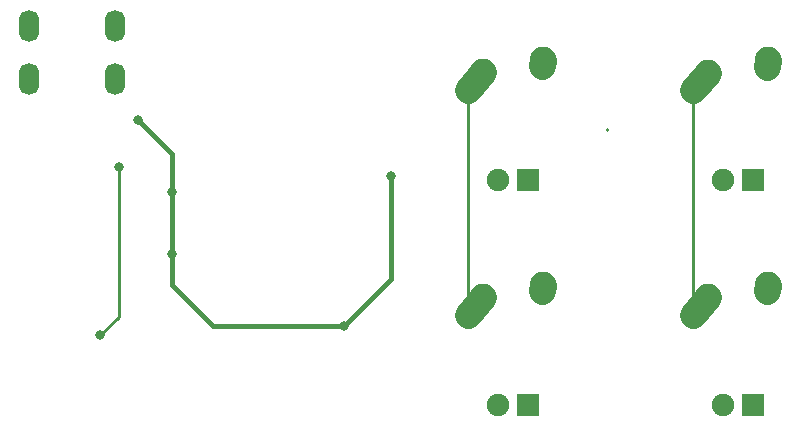
<source format=gtl>
G04 #@! TF.GenerationSoftware,KiCad,Pcbnew,(5.1.4-0-10_14)*
G04 #@! TF.CreationDate,2021-08-25T16:18:30-07:00*
G04 #@! TF.ProjectId,ai03-pcb-guide,61693033-2d70-4636-922d-67756964652e,rev?*
G04 #@! TF.SameCoordinates,Original*
G04 #@! TF.FileFunction,Copper,L1,Top*
G04 #@! TF.FilePolarity,Positive*
%FSLAX46Y46*%
G04 Gerber Fmt 4.6, Leading zero omitted, Abs format (unit mm)*
G04 Created by KiCad (PCBNEW (5.1.4-0-10_14)) date 2021-08-25 16:18:30*
%MOMM*%
%LPD*%
G04 APERTURE LIST*
%ADD10O,1.700000X2.700000*%
%ADD11R,1.905000X1.905000*%
%ADD12C,1.905000*%
%ADD13C,2.250000*%
%ADD14C,2.250000*%
%ADD15C,0.800000*%
%ADD16C,0.254000*%
%ADD17C,0.381000*%
G04 APERTURE END LIST*
D10*
X60643750Y-26987500D03*
X67943750Y-26987500D03*
X67943750Y-31487500D03*
X60643750Y-31487500D03*
D11*
X121929488Y-59039340D03*
D12*
X119389488Y-59039340D03*
D13*
X118159488Y-49959340D03*
X117504489Y-50689340D03*
D14*
X116849488Y-51419340D02*
X118159490Y-49959340D01*
D13*
X123199488Y-48879340D03*
X123179488Y-49169340D03*
D14*
X123159488Y-49459340D02*
X123199488Y-48879340D01*
D11*
X102879488Y-59039340D03*
D12*
X100339488Y-59039340D03*
D13*
X99109488Y-49959340D03*
X98454489Y-50689340D03*
D14*
X97799488Y-51419340D02*
X99109490Y-49959340D01*
D13*
X104149488Y-48879340D03*
X104129488Y-49169340D03*
D14*
X104109488Y-49459340D02*
X104149488Y-48879340D01*
D11*
X121920000Y-40005000D03*
D12*
X119380000Y-40005000D03*
D13*
X118150000Y-30925000D03*
X117495001Y-31655000D03*
D14*
X116840000Y-32385000D02*
X118150002Y-30925000D01*
D13*
X123190000Y-29845000D03*
X123170000Y-30135000D03*
D14*
X123150000Y-30425000D02*
X123190000Y-29845000D01*
D11*
X102879488Y-39989340D03*
D12*
X100339488Y-39989340D03*
D13*
X99109488Y-30909340D03*
X98454489Y-31639340D03*
D14*
X97799488Y-32369340D02*
X99109490Y-30909340D01*
D13*
X104149488Y-29829340D03*
X104129488Y-30119340D03*
D14*
X104109488Y-30409340D02*
X104149488Y-29829340D01*
D15*
X72762500Y-46300000D03*
X69850000Y-34925000D03*
X72762500Y-46300000D03*
X87312500Y-52387500D03*
X91281250Y-39687500D03*
X72762500Y-41012500D03*
X68262500Y-38893750D03*
X66675000Y-53181250D03*
D16*
X109537500Y-35718750D02*
X109537500Y-35782339D01*
D17*
X72762500Y-37837500D02*
X69850000Y-34925000D01*
X72762500Y-38631250D02*
X72762500Y-37837500D01*
X72762500Y-46300000D02*
X72762500Y-48950000D01*
X72762500Y-48950000D02*
X76200000Y-52387500D01*
X76200000Y-52387500D02*
X87312500Y-52387500D01*
X87312500Y-52387500D02*
X91281250Y-48418750D01*
X91281250Y-48418750D02*
X91281250Y-39687500D01*
X72762500Y-41012500D02*
X72762500Y-38631250D01*
X72762500Y-46300000D02*
X72762500Y-41012500D01*
D16*
X97799488Y-33963012D02*
X97799488Y-32369340D01*
X97799488Y-51419340D02*
X97799488Y-33963012D01*
X116849488Y-32369340D02*
X116849488Y-51419340D01*
X68262500Y-38893750D02*
X68262500Y-51593750D01*
X68262500Y-51593750D02*
X66675000Y-53181250D01*
M02*

</source>
